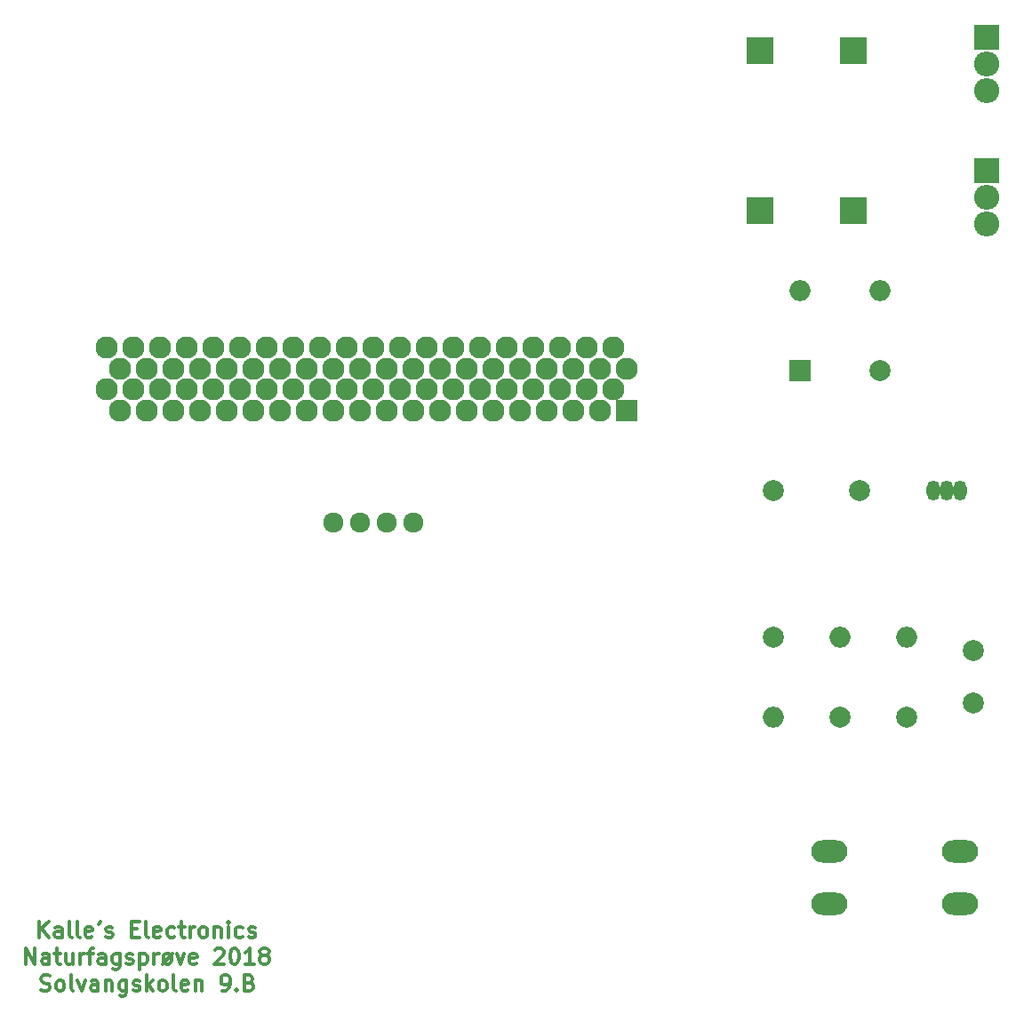
<source format=gbr>
G04 #@! TF.FileFunction,Soldermask,Top*
%FSLAX46Y46*%
G04 Gerber Fmt 4.6, Leading zero omitted, Abs format (unit mm)*
G04 Created by KiCad (PCBNEW 4.0.7) date Tuesday, 22 May 2018 'PMt' 14:30:25*
%MOMM*%
%LPD*%
G01*
G04 APERTURE LIST*
%ADD10C,0.100000*%
%ADD11C,0.300000*%
%ADD12C,1.924000*%
%ADD13O,1.299160X1.901140*%
%ADD14R,2.000000X2.000000*%
%ADD15O,2.000000X2.000000*%
%ADD16R,2.635200X2.635200*%
%ADD17C,2.000000*%
%ADD18O,3.448000X2.127200*%
%ADD19O,2.398980X2.398980*%
%ADD20R,2.398980X2.398980*%
%ADD21O,2.127200X2.127200*%
%ADD22R,2.127200X2.127200*%
G04 APERTURE END LIST*
D10*
D11*
X91350001Y-141638571D02*
X91350001Y-140138571D01*
X92207144Y-141638571D02*
X91564287Y-140781429D01*
X92207144Y-140138571D02*
X91350001Y-140995714D01*
X93492858Y-141638571D02*
X93492858Y-140852857D01*
X93421429Y-140710000D01*
X93278572Y-140638571D01*
X92992858Y-140638571D01*
X92850001Y-140710000D01*
X93492858Y-141567143D02*
X93350001Y-141638571D01*
X92992858Y-141638571D01*
X92850001Y-141567143D01*
X92778572Y-141424286D01*
X92778572Y-141281429D01*
X92850001Y-141138571D01*
X92992858Y-141067143D01*
X93350001Y-141067143D01*
X93492858Y-140995714D01*
X94421430Y-141638571D02*
X94278572Y-141567143D01*
X94207144Y-141424286D01*
X94207144Y-140138571D01*
X95207144Y-141638571D02*
X95064286Y-141567143D01*
X94992858Y-141424286D01*
X94992858Y-140138571D01*
X96350000Y-141567143D02*
X96207143Y-141638571D01*
X95921429Y-141638571D01*
X95778572Y-141567143D01*
X95707143Y-141424286D01*
X95707143Y-140852857D01*
X95778572Y-140710000D01*
X95921429Y-140638571D01*
X96207143Y-140638571D01*
X96350000Y-140710000D01*
X96421429Y-140852857D01*
X96421429Y-140995714D01*
X95707143Y-141138571D01*
X97135714Y-140138571D02*
X96992857Y-140424286D01*
X97707143Y-141567143D02*
X97850000Y-141638571D01*
X98135715Y-141638571D01*
X98278572Y-141567143D01*
X98350000Y-141424286D01*
X98350000Y-141352857D01*
X98278572Y-141210000D01*
X98135715Y-141138571D01*
X97921429Y-141138571D01*
X97778572Y-141067143D01*
X97707143Y-140924286D01*
X97707143Y-140852857D01*
X97778572Y-140710000D01*
X97921429Y-140638571D01*
X98135715Y-140638571D01*
X98278572Y-140710000D01*
X100135715Y-140852857D02*
X100635715Y-140852857D01*
X100850001Y-141638571D02*
X100135715Y-141638571D01*
X100135715Y-140138571D01*
X100850001Y-140138571D01*
X101707144Y-141638571D02*
X101564286Y-141567143D01*
X101492858Y-141424286D01*
X101492858Y-140138571D01*
X102850000Y-141567143D02*
X102707143Y-141638571D01*
X102421429Y-141638571D01*
X102278572Y-141567143D01*
X102207143Y-141424286D01*
X102207143Y-140852857D01*
X102278572Y-140710000D01*
X102421429Y-140638571D01*
X102707143Y-140638571D01*
X102850000Y-140710000D01*
X102921429Y-140852857D01*
X102921429Y-140995714D01*
X102207143Y-141138571D01*
X104207143Y-141567143D02*
X104064286Y-141638571D01*
X103778572Y-141638571D01*
X103635714Y-141567143D01*
X103564286Y-141495714D01*
X103492857Y-141352857D01*
X103492857Y-140924286D01*
X103564286Y-140781429D01*
X103635714Y-140710000D01*
X103778572Y-140638571D01*
X104064286Y-140638571D01*
X104207143Y-140710000D01*
X104635714Y-140638571D02*
X105207143Y-140638571D01*
X104850000Y-140138571D02*
X104850000Y-141424286D01*
X104921428Y-141567143D01*
X105064286Y-141638571D01*
X105207143Y-141638571D01*
X105707143Y-141638571D02*
X105707143Y-140638571D01*
X105707143Y-140924286D02*
X105778571Y-140781429D01*
X105850000Y-140710000D01*
X105992857Y-140638571D01*
X106135714Y-140638571D01*
X106850000Y-141638571D02*
X106707142Y-141567143D01*
X106635714Y-141495714D01*
X106564285Y-141352857D01*
X106564285Y-140924286D01*
X106635714Y-140781429D01*
X106707142Y-140710000D01*
X106850000Y-140638571D01*
X107064285Y-140638571D01*
X107207142Y-140710000D01*
X107278571Y-140781429D01*
X107350000Y-140924286D01*
X107350000Y-141352857D01*
X107278571Y-141495714D01*
X107207142Y-141567143D01*
X107064285Y-141638571D01*
X106850000Y-141638571D01*
X107992857Y-140638571D02*
X107992857Y-141638571D01*
X107992857Y-140781429D02*
X108064285Y-140710000D01*
X108207143Y-140638571D01*
X108421428Y-140638571D01*
X108564285Y-140710000D01*
X108635714Y-140852857D01*
X108635714Y-141638571D01*
X109350000Y-141638571D02*
X109350000Y-140638571D01*
X109350000Y-140138571D02*
X109278571Y-140210000D01*
X109350000Y-140281429D01*
X109421428Y-140210000D01*
X109350000Y-140138571D01*
X109350000Y-140281429D01*
X110707143Y-141567143D02*
X110564286Y-141638571D01*
X110278572Y-141638571D01*
X110135714Y-141567143D01*
X110064286Y-141495714D01*
X109992857Y-141352857D01*
X109992857Y-140924286D01*
X110064286Y-140781429D01*
X110135714Y-140710000D01*
X110278572Y-140638571D01*
X110564286Y-140638571D01*
X110707143Y-140710000D01*
X111278571Y-141567143D02*
X111421428Y-141638571D01*
X111707143Y-141638571D01*
X111850000Y-141567143D01*
X111921428Y-141424286D01*
X111921428Y-141352857D01*
X111850000Y-141210000D01*
X111707143Y-141138571D01*
X111492857Y-141138571D01*
X111350000Y-141067143D01*
X111278571Y-140924286D01*
X111278571Y-140852857D01*
X111350000Y-140710000D01*
X111492857Y-140638571D01*
X111707143Y-140638571D01*
X111850000Y-140710000D01*
X90064287Y-144188571D02*
X90064287Y-142688571D01*
X90921430Y-144188571D01*
X90921430Y-142688571D01*
X92278573Y-144188571D02*
X92278573Y-143402857D01*
X92207144Y-143260000D01*
X92064287Y-143188571D01*
X91778573Y-143188571D01*
X91635716Y-143260000D01*
X92278573Y-144117143D02*
X92135716Y-144188571D01*
X91778573Y-144188571D01*
X91635716Y-144117143D01*
X91564287Y-143974286D01*
X91564287Y-143831429D01*
X91635716Y-143688571D01*
X91778573Y-143617143D01*
X92135716Y-143617143D01*
X92278573Y-143545714D01*
X92778573Y-143188571D02*
X93350002Y-143188571D01*
X92992859Y-142688571D02*
X92992859Y-143974286D01*
X93064287Y-144117143D01*
X93207145Y-144188571D01*
X93350002Y-144188571D01*
X94492859Y-143188571D02*
X94492859Y-144188571D01*
X93850002Y-143188571D02*
X93850002Y-143974286D01*
X93921430Y-144117143D01*
X94064288Y-144188571D01*
X94278573Y-144188571D01*
X94421430Y-144117143D01*
X94492859Y-144045714D01*
X95207145Y-144188571D02*
X95207145Y-143188571D01*
X95207145Y-143474286D02*
X95278573Y-143331429D01*
X95350002Y-143260000D01*
X95492859Y-143188571D01*
X95635716Y-143188571D01*
X95921430Y-143188571D02*
X96492859Y-143188571D01*
X96135716Y-144188571D02*
X96135716Y-142902857D01*
X96207144Y-142760000D01*
X96350002Y-142688571D01*
X96492859Y-142688571D01*
X97635716Y-144188571D02*
X97635716Y-143402857D01*
X97564287Y-143260000D01*
X97421430Y-143188571D01*
X97135716Y-143188571D01*
X96992859Y-143260000D01*
X97635716Y-144117143D02*
X97492859Y-144188571D01*
X97135716Y-144188571D01*
X96992859Y-144117143D01*
X96921430Y-143974286D01*
X96921430Y-143831429D01*
X96992859Y-143688571D01*
X97135716Y-143617143D01*
X97492859Y-143617143D01*
X97635716Y-143545714D01*
X98992859Y-143188571D02*
X98992859Y-144402857D01*
X98921430Y-144545714D01*
X98850002Y-144617143D01*
X98707145Y-144688571D01*
X98492859Y-144688571D01*
X98350002Y-144617143D01*
X98992859Y-144117143D02*
X98850002Y-144188571D01*
X98564288Y-144188571D01*
X98421430Y-144117143D01*
X98350002Y-144045714D01*
X98278573Y-143902857D01*
X98278573Y-143474286D01*
X98350002Y-143331429D01*
X98421430Y-143260000D01*
X98564288Y-143188571D01*
X98850002Y-143188571D01*
X98992859Y-143260000D01*
X99635716Y-144117143D02*
X99778573Y-144188571D01*
X100064288Y-144188571D01*
X100207145Y-144117143D01*
X100278573Y-143974286D01*
X100278573Y-143902857D01*
X100207145Y-143760000D01*
X100064288Y-143688571D01*
X99850002Y-143688571D01*
X99707145Y-143617143D01*
X99635716Y-143474286D01*
X99635716Y-143402857D01*
X99707145Y-143260000D01*
X99850002Y-143188571D01*
X100064288Y-143188571D01*
X100207145Y-143260000D01*
X100921431Y-143188571D02*
X100921431Y-144688571D01*
X100921431Y-143260000D02*
X101064288Y-143188571D01*
X101350002Y-143188571D01*
X101492859Y-143260000D01*
X101564288Y-143331429D01*
X101635717Y-143474286D01*
X101635717Y-143902857D01*
X101564288Y-144045714D01*
X101492859Y-144117143D01*
X101350002Y-144188571D01*
X101064288Y-144188571D01*
X100921431Y-144117143D01*
X102278574Y-144188571D02*
X102278574Y-143188571D01*
X102278574Y-143474286D02*
X102350002Y-143331429D01*
X102421431Y-143260000D01*
X102564288Y-143188571D01*
X102707145Y-143188571D01*
X103992859Y-143188571D02*
X103064288Y-144188571D01*
X103421431Y-144188571D02*
X103278573Y-144117143D01*
X103207145Y-144045714D01*
X103135716Y-143902857D01*
X103135716Y-143474286D01*
X103207145Y-143331429D01*
X103278573Y-143260000D01*
X103421431Y-143188571D01*
X103635716Y-143188571D01*
X103778573Y-143260000D01*
X103850002Y-143331429D01*
X103921431Y-143474286D01*
X103921431Y-143902857D01*
X103850002Y-144045714D01*
X103778573Y-144117143D01*
X103635716Y-144188571D01*
X103421431Y-144188571D01*
X104421431Y-143188571D02*
X104778574Y-144188571D01*
X105135716Y-143188571D01*
X106278573Y-144117143D02*
X106135716Y-144188571D01*
X105850002Y-144188571D01*
X105707145Y-144117143D01*
X105635716Y-143974286D01*
X105635716Y-143402857D01*
X105707145Y-143260000D01*
X105850002Y-143188571D01*
X106135716Y-143188571D01*
X106278573Y-143260000D01*
X106350002Y-143402857D01*
X106350002Y-143545714D01*
X105635716Y-143688571D01*
X108064287Y-142831429D02*
X108135716Y-142760000D01*
X108278573Y-142688571D01*
X108635716Y-142688571D01*
X108778573Y-142760000D01*
X108850002Y-142831429D01*
X108921430Y-142974286D01*
X108921430Y-143117143D01*
X108850002Y-143331429D01*
X107992859Y-144188571D01*
X108921430Y-144188571D01*
X109850001Y-142688571D02*
X109992858Y-142688571D01*
X110135715Y-142760000D01*
X110207144Y-142831429D01*
X110278573Y-142974286D01*
X110350001Y-143260000D01*
X110350001Y-143617143D01*
X110278573Y-143902857D01*
X110207144Y-144045714D01*
X110135715Y-144117143D01*
X109992858Y-144188571D01*
X109850001Y-144188571D01*
X109707144Y-144117143D01*
X109635715Y-144045714D01*
X109564287Y-143902857D01*
X109492858Y-143617143D01*
X109492858Y-143260000D01*
X109564287Y-142974286D01*
X109635715Y-142831429D01*
X109707144Y-142760000D01*
X109850001Y-142688571D01*
X111778572Y-144188571D02*
X110921429Y-144188571D01*
X111350001Y-144188571D02*
X111350001Y-142688571D01*
X111207144Y-142902857D01*
X111064286Y-143045714D01*
X110921429Y-143117143D01*
X112635715Y-143331429D02*
X112492857Y-143260000D01*
X112421429Y-143188571D01*
X112350000Y-143045714D01*
X112350000Y-142974286D01*
X112421429Y-142831429D01*
X112492857Y-142760000D01*
X112635715Y-142688571D01*
X112921429Y-142688571D01*
X113064286Y-142760000D01*
X113135715Y-142831429D01*
X113207143Y-142974286D01*
X113207143Y-143045714D01*
X113135715Y-143188571D01*
X113064286Y-143260000D01*
X112921429Y-143331429D01*
X112635715Y-143331429D01*
X112492857Y-143402857D01*
X112421429Y-143474286D01*
X112350000Y-143617143D01*
X112350000Y-143902857D01*
X112421429Y-144045714D01*
X112492857Y-144117143D01*
X112635715Y-144188571D01*
X112921429Y-144188571D01*
X113064286Y-144117143D01*
X113135715Y-144045714D01*
X113207143Y-143902857D01*
X113207143Y-143617143D01*
X113135715Y-143474286D01*
X113064286Y-143402857D01*
X112921429Y-143331429D01*
X91492857Y-146667143D02*
X91707143Y-146738571D01*
X92064286Y-146738571D01*
X92207143Y-146667143D01*
X92278572Y-146595714D01*
X92350000Y-146452857D01*
X92350000Y-146310000D01*
X92278572Y-146167143D01*
X92207143Y-146095714D01*
X92064286Y-146024286D01*
X91778572Y-145952857D01*
X91635714Y-145881429D01*
X91564286Y-145810000D01*
X91492857Y-145667143D01*
X91492857Y-145524286D01*
X91564286Y-145381429D01*
X91635714Y-145310000D01*
X91778572Y-145238571D01*
X92135714Y-145238571D01*
X92350000Y-145310000D01*
X93207143Y-146738571D02*
X93064285Y-146667143D01*
X92992857Y-146595714D01*
X92921428Y-146452857D01*
X92921428Y-146024286D01*
X92992857Y-145881429D01*
X93064285Y-145810000D01*
X93207143Y-145738571D01*
X93421428Y-145738571D01*
X93564285Y-145810000D01*
X93635714Y-145881429D01*
X93707143Y-146024286D01*
X93707143Y-146452857D01*
X93635714Y-146595714D01*
X93564285Y-146667143D01*
X93421428Y-146738571D01*
X93207143Y-146738571D01*
X94564286Y-146738571D02*
X94421428Y-146667143D01*
X94350000Y-146524286D01*
X94350000Y-145238571D01*
X94992857Y-145738571D02*
X95350000Y-146738571D01*
X95707142Y-145738571D01*
X96921428Y-146738571D02*
X96921428Y-145952857D01*
X96849999Y-145810000D01*
X96707142Y-145738571D01*
X96421428Y-145738571D01*
X96278571Y-145810000D01*
X96921428Y-146667143D02*
X96778571Y-146738571D01*
X96421428Y-146738571D01*
X96278571Y-146667143D01*
X96207142Y-146524286D01*
X96207142Y-146381429D01*
X96278571Y-146238571D01*
X96421428Y-146167143D01*
X96778571Y-146167143D01*
X96921428Y-146095714D01*
X97635714Y-145738571D02*
X97635714Y-146738571D01*
X97635714Y-145881429D02*
X97707142Y-145810000D01*
X97850000Y-145738571D01*
X98064285Y-145738571D01*
X98207142Y-145810000D01*
X98278571Y-145952857D01*
X98278571Y-146738571D01*
X99635714Y-145738571D02*
X99635714Y-146952857D01*
X99564285Y-147095714D01*
X99492857Y-147167143D01*
X99350000Y-147238571D01*
X99135714Y-147238571D01*
X98992857Y-147167143D01*
X99635714Y-146667143D02*
X99492857Y-146738571D01*
X99207143Y-146738571D01*
X99064285Y-146667143D01*
X98992857Y-146595714D01*
X98921428Y-146452857D01*
X98921428Y-146024286D01*
X98992857Y-145881429D01*
X99064285Y-145810000D01*
X99207143Y-145738571D01*
X99492857Y-145738571D01*
X99635714Y-145810000D01*
X100278571Y-146667143D02*
X100421428Y-146738571D01*
X100707143Y-146738571D01*
X100850000Y-146667143D01*
X100921428Y-146524286D01*
X100921428Y-146452857D01*
X100850000Y-146310000D01*
X100707143Y-146238571D01*
X100492857Y-146238571D01*
X100350000Y-146167143D01*
X100278571Y-146024286D01*
X100278571Y-145952857D01*
X100350000Y-145810000D01*
X100492857Y-145738571D01*
X100707143Y-145738571D01*
X100850000Y-145810000D01*
X101564286Y-146738571D02*
X101564286Y-145238571D01*
X101707143Y-146167143D02*
X102135714Y-146738571D01*
X102135714Y-145738571D02*
X101564286Y-146310000D01*
X102992858Y-146738571D02*
X102850000Y-146667143D01*
X102778572Y-146595714D01*
X102707143Y-146452857D01*
X102707143Y-146024286D01*
X102778572Y-145881429D01*
X102850000Y-145810000D01*
X102992858Y-145738571D01*
X103207143Y-145738571D01*
X103350000Y-145810000D01*
X103421429Y-145881429D01*
X103492858Y-146024286D01*
X103492858Y-146452857D01*
X103421429Y-146595714D01*
X103350000Y-146667143D01*
X103207143Y-146738571D01*
X102992858Y-146738571D01*
X104350001Y-146738571D02*
X104207143Y-146667143D01*
X104135715Y-146524286D01*
X104135715Y-145238571D01*
X105492857Y-146667143D02*
X105350000Y-146738571D01*
X105064286Y-146738571D01*
X104921429Y-146667143D01*
X104850000Y-146524286D01*
X104850000Y-145952857D01*
X104921429Y-145810000D01*
X105064286Y-145738571D01*
X105350000Y-145738571D01*
X105492857Y-145810000D01*
X105564286Y-145952857D01*
X105564286Y-146095714D01*
X104850000Y-146238571D01*
X106207143Y-145738571D02*
X106207143Y-146738571D01*
X106207143Y-145881429D02*
X106278571Y-145810000D01*
X106421429Y-145738571D01*
X106635714Y-145738571D01*
X106778571Y-145810000D01*
X106850000Y-145952857D01*
X106850000Y-146738571D01*
X108778571Y-146738571D02*
X109064286Y-146738571D01*
X109207143Y-146667143D01*
X109278571Y-146595714D01*
X109421429Y-146381429D01*
X109492857Y-146095714D01*
X109492857Y-145524286D01*
X109421429Y-145381429D01*
X109350000Y-145310000D01*
X109207143Y-145238571D01*
X108921429Y-145238571D01*
X108778571Y-145310000D01*
X108707143Y-145381429D01*
X108635714Y-145524286D01*
X108635714Y-145881429D01*
X108707143Y-146024286D01*
X108778571Y-146095714D01*
X108921429Y-146167143D01*
X109207143Y-146167143D01*
X109350000Y-146095714D01*
X109421429Y-146024286D01*
X109492857Y-145881429D01*
X110135714Y-146595714D02*
X110207142Y-146667143D01*
X110135714Y-146738571D01*
X110064285Y-146667143D01*
X110135714Y-146595714D01*
X110135714Y-146738571D01*
X111350000Y-145952857D02*
X111564286Y-146024286D01*
X111635714Y-146095714D01*
X111707143Y-146238571D01*
X111707143Y-146452857D01*
X111635714Y-146595714D01*
X111564286Y-146667143D01*
X111421428Y-146738571D01*
X110850000Y-146738571D01*
X110850000Y-145238571D01*
X111350000Y-145238571D01*
X111492857Y-145310000D01*
X111564286Y-145381429D01*
X111635714Y-145524286D01*
X111635714Y-145667143D01*
X111564286Y-145810000D01*
X111492857Y-145881429D01*
X111350000Y-145952857D01*
X110850000Y-145952857D01*
D12*
X119380000Y-102108000D03*
X121920000Y-102108000D03*
X124460000Y-102108000D03*
X127000000Y-102108000D03*
D13*
X177800000Y-99060000D03*
X179070000Y-99060000D03*
X176530000Y-99060000D03*
D14*
X163830000Y-87630000D03*
D15*
X163830000Y-80010000D03*
D16*
X160020000Y-57150000D03*
X168910000Y-57150000D03*
X160020000Y-72390000D03*
X168910000Y-72390000D03*
D17*
X171450000Y-87630000D03*
D15*
X171450000Y-80010000D03*
D17*
X180340000Y-114300000D03*
X180340000Y-119300000D03*
X167640000Y-120650000D03*
D15*
X167640000Y-113030000D03*
D17*
X173990000Y-120650000D03*
D15*
X173990000Y-113030000D03*
D17*
X161290000Y-113030000D03*
D15*
X161290000Y-120650000D03*
D18*
X166570000Y-138430000D03*
X166570000Y-133430000D03*
X179070000Y-138430000D03*
X179070000Y-133430000D03*
D19*
X181610000Y-60960000D03*
D20*
X181610000Y-55880000D03*
D19*
X181610000Y-58420000D03*
X181610000Y-73660000D03*
D20*
X181610000Y-68580000D03*
D19*
X181610000Y-71120000D03*
D17*
X161290000Y-99060000D03*
X169490000Y-99060000D03*
D21*
X97790000Y-85440000D03*
X99060000Y-87440000D03*
X100330000Y-85440000D03*
X101600000Y-87440000D03*
X102870000Y-85440000D03*
X104140000Y-87440000D03*
X105410000Y-85440000D03*
X106680000Y-87440000D03*
X107950000Y-85440000D03*
X109220000Y-87440000D03*
X110490000Y-85440000D03*
X111760000Y-87440000D03*
X113030000Y-85440000D03*
X114300000Y-87440000D03*
X115570000Y-85440000D03*
X116840000Y-87440000D03*
X118110000Y-85440000D03*
X119380000Y-87440000D03*
X120650000Y-89440000D03*
X118110000Y-89440000D03*
X115570000Y-89440000D03*
X113030000Y-89440000D03*
X110490000Y-89440000D03*
X107950000Y-89440000D03*
X105410000Y-89440000D03*
X102870000Y-89440000D03*
X100330000Y-89440000D03*
X97790000Y-89440000D03*
X119380000Y-91440000D03*
X116840000Y-91440000D03*
X114300000Y-91440000D03*
X111760000Y-91440000D03*
X109220000Y-91440000D03*
X106680000Y-91440000D03*
X104140000Y-91440000D03*
X101600000Y-91440000D03*
X99060000Y-91440000D03*
X120650000Y-85440000D03*
X146050000Y-85440000D03*
X147320000Y-87440000D03*
X121920000Y-91440000D03*
X124460000Y-91440000D03*
X127000000Y-91440000D03*
X129540000Y-91440000D03*
X132080000Y-91440000D03*
X134620000Y-91440000D03*
X137160000Y-91440000D03*
X139700000Y-91440000D03*
X142240000Y-91440000D03*
X144780000Y-91440000D03*
X123190000Y-89440000D03*
X125730000Y-89440000D03*
X128270000Y-89440000D03*
X130810000Y-89440000D03*
X133350000Y-89440000D03*
X135890000Y-89440000D03*
X138430000Y-89440000D03*
X140970000Y-89440000D03*
X143510000Y-89440000D03*
X146050000Y-89440000D03*
D22*
X147320000Y-91440000D03*
D21*
X144780000Y-87440000D03*
X143510000Y-85440000D03*
X142240000Y-87440000D03*
X140970000Y-85440000D03*
X139700000Y-87440000D03*
X138430000Y-85440000D03*
X137160000Y-87440000D03*
X135890000Y-85440000D03*
X134620000Y-87440000D03*
X133350000Y-85440000D03*
X132080000Y-87440000D03*
X130810000Y-85440000D03*
X129540000Y-87440000D03*
X128270000Y-85440000D03*
X127000000Y-87440000D03*
X125730000Y-85440000D03*
X124460000Y-87440000D03*
X123190000Y-85440000D03*
X121920000Y-87440000D03*
M02*

</source>
